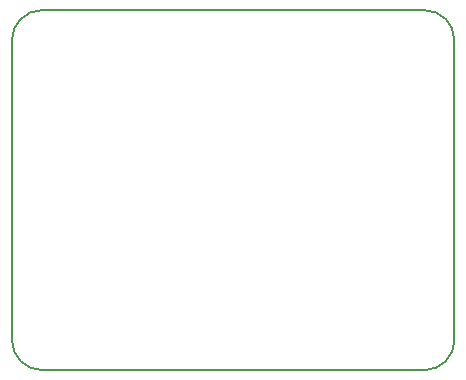
<source format=gbr>
G04 DipTrace 3.3.1.3*
G04 BoardOutline.gbr*
%MOIN*%
G04 #@! TF.FileFunction,Profile*
G04 #@! TF.Part,Single*
%ADD11C,0.005512*%
%FSLAX26Y26*%
G04*
G70*
G90*
G75*
G01*
G04 BoardOutline*
%LPD*%
X100000Y0D2*
D11*
X1375000D1*
G03X1475000Y100000I2J99998D01*
G01*
Y1100000D1*
G03X1375000Y1200000I-99998J2D01*
G01*
X100000D1*
G03X0Y1100000I-2J-99998D01*
G01*
Y100000D1*
G03X100000Y0I99998J-2D01*
G01*
M02*

</source>
